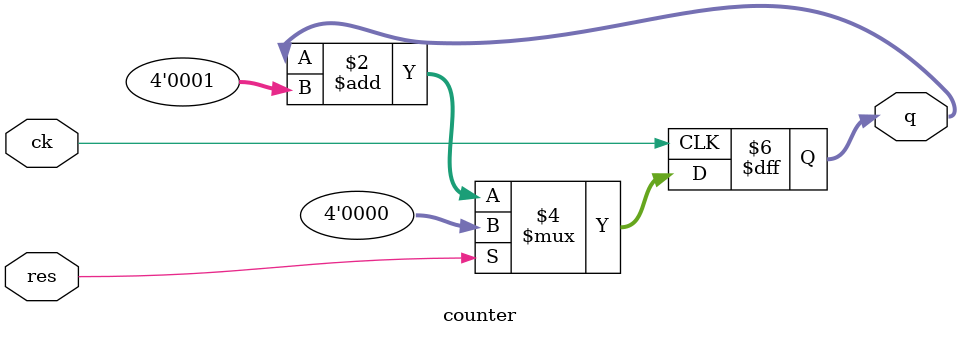
<source format=v>
module counter (ck, res, q);
    input           ck, res;
    output  [3:0]   q;
    reg     [3:0]   q;

    always @(posedge ck) begin
        if (res)
            q <= 4'h0;
        else
            q <= q + 4'h1;
    end
endmodule

</source>
